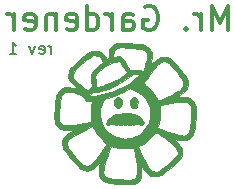
<source format=gbr>
G04 #@! TF.GenerationSoftware,KiCad,Pcbnew,5.0.2-bee76a0~70~ubuntu18.04.1*
G04 #@! TF.CreationDate,2019-07-19T10:20:09+02:00*
G04 #@! TF.ProjectId,Plant_monitoring_device,506c616e-745f-46d6-9f6e-69746f72696e,rev?*
G04 #@! TF.SameCoordinates,Original*
G04 #@! TF.FileFunction,Legend,Bot*
G04 #@! TF.FilePolarity,Positive*
%FSLAX46Y46*%
G04 Gerber Fmt 4.6, Leading zero omitted, Abs format (unit mm)*
G04 Created by KiCad (PCBNEW 5.0.2-bee76a0~70~ubuntu18.04.1) date Fri 19 Jul 2019 10:20:09 CEST*
%MOMM*%
%LPD*%
G01*
G04 APERTURE LIST*
%ADD10C,0.150000*%
%ADD11C,0.300000*%
%ADD12C,0.010000*%
G04 APERTURE END LIST*
D10*
X238238095Y-85452380D02*
X238238095Y-84785714D01*
X238238095Y-84976190D02*
X238190476Y-84880952D01*
X238142857Y-84833333D01*
X238047619Y-84785714D01*
X237952380Y-84785714D01*
X237238095Y-85404761D02*
X237333333Y-85452380D01*
X237523809Y-85452380D01*
X237619047Y-85404761D01*
X237666666Y-85309523D01*
X237666666Y-84928571D01*
X237619047Y-84833333D01*
X237523809Y-84785714D01*
X237333333Y-84785714D01*
X237238095Y-84833333D01*
X237190476Y-84928571D01*
X237190476Y-85023809D01*
X237666666Y-85119047D01*
X236857142Y-84785714D02*
X236619047Y-85452380D01*
X236380952Y-84785714D01*
X234714285Y-85452380D02*
X235285714Y-85452380D01*
X235000000Y-85452380D02*
X235000000Y-84452380D01*
X235095238Y-84595238D01*
X235190476Y-84690476D01*
X235285714Y-84738095D01*
D11*
X253190476Y-83404761D02*
X253190476Y-81404761D01*
X252523809Y-82833333D01*
X251857142Y-81404761D01*
X251857142Y-83404761D01*
X250904761Y-83404761D02*
X250904761Y-82071428D01*
X250904761Y-82452380D02*
X250809523Y-82261904D01*
X250714285Y-82166666D01*
X250523809Y-82071428D01*
X250333333Y-82071428D01*
X249666666Y-83214285D02*
X249571428Y-83309523D01*
X249666666Y-83404761D01*
X249761904Y-83309523D01*
X249666666Y-83214285D01*
X249666666Y-83404761D01*
X246142857Y-81500000D02*
X246333333Y-81404761D01*
X246619047Y-81404761D01*
X246904761Y-81500000D01*
X247095238Y-81690476D01*
X247190476Y-81880952D01*
X247285714Y-82261904D01*
X247285714Y-82547619D01*
X247190476Y-82928571D01*
X247095238Y-83119047D01*
X246904761Y-83309523D01*
X246619047Y-83404761D01*
X246428571Y-83404761D01*
X246142857Y-83309523D01*
X246047619Y-83214285D01*
X246047619Y-82547619D01*
X246428571Y-82547619D01*
X244333333Y-83404761D02*
X244333333Y-82357142D01*
X244428571Y-82166666D01*
X244619047Y-82071428D01*
X245000000Y-82071428D01*
X245190476Y-82166666D01*
X244333333Y-83309523D02*
X244523809Y-83404761D01*
X245000000Y-83404761D01*
X245190476Y-83309523D01*
X245285714Y-83119047D01*
X245285714Y-82928571D01*
X245190476Y-82738095D01*
X245000000Y-82642857D01*
X244523809Y-82642857D01*
X244333333Y-82547619D01*
X243380952Y-83404761D02*
X243380952Y-82071428D01*
X243380952Y-82452380D02*
X243285714Y-82261904D01*
X243190476Y-82166666D01*
X243000000Y-82071428D01*
X242809523Y-82071428D01*
X241285714Y-83404761D02*
X241285714Y-81404761D01*
X241285714Y-83309523D02*
X241476190Y-83404761D01*
X241857142Y-83404761D01*
X242047619Y-83309523D01*
X242142857Y-83214285D01*
X242238095Y-83023809D01*
X242238095Y-82452380D01*
X242142857Y-82261904D01*
X242047619Y-82166666D01*
X241857142Y-82071428D01*
X241476190Y-82071428D01*
X241285714Y-82166666D01*
X239571428Y-83309523D02*
X239761904Y-83404761D01*
X240142857Y-83404761D01*
X240333333Y-83309523D01*
X240428571Y-83119047D01*
X240428571Y-82357142D01*
X240333333Y-82166666D01*
X240142857Y-82071428D01*
X239761904Y-82071428D01*
X239571428Y-82166666D01*
X239476190Y-82357142D01*
X239476190Y-82547619D01*
X240428571Y-82738095D01*
X238619047Y-82071428D02*
X238619047Y-83404761D01*
X238619047Y-82261904D02*
X238523809Y-82166666D01*
X238333333Y-82071428D01*
X238047619Y-82071428D01*
X237857142Y-82166666D01*
X237761904Y-82357142D01*
X237761904Y-83404761D01*
X236047619Y-83309523D02*
X236238095Y-83404761D01*
X236619047Y-83404761D01*
X236809523Y-83309523D01*
X236904761Y-83119047D01*
X236904761Y-82357142D01*
X236809523Y-82166666D01*
X236619047Y-82071428D01*
X236238095Y-82071428D01*
X236047619Y-82166666D01*
X235952380Y-82357142D01*
X235952380Y-82547619D01*
X236904761Y-82738095D01*
X235095238Y-83404761D02*
X235095238Y-82071428D01*
X235095238Y-82452380D02*
X235000000Y-82261904D01*
X234904761Y-82166666D01*
X234714285Y-82071428D01*
X234523809Y-82071428D01*
D12*
G04 #@! TO.C,H111*
G36*
X244055707Y-84506865D02*
X243889643Y-84524815D01*
X243755063Y-84557123D01*
X243639087Y-84604072D01*
X243627947Y-84609619D01*
X243405255Y-84758522D01*
X243249870Y-84952559D01*
X243153710Y-85205776D01*
X243110151Y-85509523D01*
X243089850Y-85714197D01*
X243062965Y-85849286D01*
X243032175Y-85901740D01*
X243029563Y-85901973D01*
X242976557Y-85863970D01*
X242889921Y-85766316D01*
X242792443Y-85635776D01*
X242639504Y-85449716D01*
X242478398Y-85310263D01*
X242419418Y-85274754D01*
X242199325Y-85202619D01*
X241941875Y-85177894D01*
X241688711Y-85201086D01*
X241498516Y-85263565D01*
X241381015Y-85337435D01*
X241213166Y-85461339D01*
X241009592Y-85622614D01*
X240784916Y-85808599D01*
X240553762Y-86006633D01*
X240330752Y-86204053D01*
X240130510Y-86388197D01*
X239967660Y-86546405D01*
X239856824Y-86666013D01*
X239819368Y-86717480D01*
X239700998Y-87008381D01*
X239671744Y-87304041D01*
X239684766Y-87435804D01*
X239710441Y-87548803D01*
X239759627Y-87655253D01*
X239846026Y-87776217D01*
X239983345Y-87932760D01*
X240064542Y-88019516D01*
X240216335Y-88181715D01*
X240306983Y-88285460D01*
X240343021Y-88341450D01*
X240330987Y-88360383D01*
X240277417Y-88352957D01*
X240266667Y-88350347D01*
X240015386Y-88296988D01*
X239769082Y-88260527D01*
X239556546Y-88244218D01*
X239406567Y-88251314D01*
X239400583Y-88252473D01*
X239163243Y-88344772D01*
X238943118Y-88508921D01*
X238771943Y-88721103D01*
X238768599Y-88726758D01*
X238719074Y-88821429D01*
X238680611Y-88925645D01*
X238649539Y-89057813D01*
X238622185Y-89236345D01*
X238594879Y-89479649D01*
X238572974Y-89707556D01*
X238533993Y-90168050D01*
X238512069Y-90544403D01*
X238509210Y-90848059D01*
X238527424Y-91090459D01*
X238568719Y-91283048D01*
X238635101Y-91437269D01*
X238728579Y-91564565D01*
X238851159Y-91676379D01*
X238928312Y-91733067D01*
X239029217Y-91799331D01*
X239118808Y-91841702D01*
X239222718Y-91865468D01*
X239366582Y-91875919D01*
X239576034Y-91878346D01*
X239632262Y-91878329D01*
X240126377Y-91877802D01*
X239762104Y-92121177D01*
X239510405Y-92307594D01*
X239338756Y-92484499D01*
X239234866Y-92671296D01*
X239186443Y-92887388D01*
X239178892Y-93041865D01*
X239200152Y-93298218D01*
X239261441Y-93497265D01*
X239263566Y-93501484D01*
X239338479Y-93620772D01*
X239463625Y-93790345D01*
X239626260Y-93995509D01*
X239813640Y-94221567D01*
X240013022Y-94453825D01*
X240211662Y-94677588D01*
X240396817Y-94878159D01*
X240555742Y-95040845D01*
X240675695Y-95150948D01*
X240724469Y-95186118D01*
X240986545Y-95290031D01*
X241264207Y-95326535D01*
X241520993Y-95291024D01*
X241530621Y-95287939D01*
X241665022Y-95218905D01*
X241839146Y-95093349D01*
X242029763Y-94928237D01*
X242051943Y-94907239D01*
X242206154Y-94763241D01*
X242302532Y-94683098D01*
X242350211Y-94660823D01*
X242358329Y-94690431D01*
X242354258Y-94709142D01*
X242274110Y-95084836D01*
X242249779Y-95395688D01*
X242282358Y-95656660D01*
X242372942Y-95882712D01*
X242448482Y-95998380D01*
X242558273Y-96119774D01*
X242694339Y-96215243D01*
X242871133Y-96289630D01*
X243103111Y-96347775D01*
X243404726Y-96394518D01*
X243736945Y-96429852D01*
X244154283Y-96465933D01*
X244488805Y-96488539D01*
X244753560Y-96497357D01*
X244961595Y-96492071D01*
X245125960Y-96472367D01*
X245259702Y-96437928D01*
X245372054Y-96390381D01*
X245556482Y-96263040D01*
X245717400Y-96093430D01*
X245733068Y-96071737D01*
X245799398Y-95970699D01*
X245841814Y-95880879D01*
X245865639Y-95776596D01*
X245876199Y-95632169D01*
X245878818Y-95421917D01*
X245878838Y-95394603D01*
X245504331Y-95394603D01*
X245487819Y-95594622D01*
X245445865Y-95750887D01*
X245378347Y-95873349D01*
X245294054Y-95964273D01*
X245218013Y-96023286D01*
X245133967Y-96066822D01*
X245029210Y-96095534D01*
X244891039Y-96110074D01*
X244706748Y-96111093D01*
X244463633Y-96099246D01*
X244148988Y-96075184D01*
X243777919Y-96042128D01*
X243456852Y-96009790D01*
X243216453Y-95976459D01*
X243040756Y-95936191D01*
X242913793Y-95883047D01*
X242819598Y-95811084D01*
X242742204Y-95714361D01*
X242695696Y-95639425D01*
X242650611Y-95548659D01*
X242632522Y-95457270D01*
X242639441Y-95333134D01*
X242666168Y-95162482D01*
X242713734Y-94948367D01*
X242791949Y-94665368D01*
X242830763Y-94539809D01*
X242419619Y-94539809D01*
X242395429Y-94564000D01*
X242371238Y-94539809D01*
X242395429Y-94515619D01*
X242419619Y-94539809D01*
X242830763Y-94539809D01*
X242894392Y-94333977D01*
X243014636Y-93974687D01*
X243146258Y-93607991D01*
X243189501Y-93493037D01*
X243293303Y-93220359D01*
X243594271Y-93320959D01*
X243744907Y-93364908D01*
X243901988Y-93394525D01*
X244089708Y-93412373D01*
X244332258Y-93421015D01*
X244557269Y-93422983D01*
X245219300Y-93424408D01*
X245318363Y-93957918D01*
X245402416Y-94432486D01*
X245461509Y-94823488D01*
X245495521Y-95140876D01*
X245504331Y-95394603D01*
X245878838Y-95394603D01*
X245878858Y-95368576D01*
X245878858Y-94875203D01*
X246121705Y-95238686D01*
X246308143Y-95490288D01*
X246485220Y-95661800D01*
X246672358Y-95765511D01*
X246888974Y-95813715D01*
X247041866Y-95821108D01*
X247298219Y-95799848D01*
X247497266Y-95738559D01*
X247501485Y-95736434D01*
X247620773Y-95661521D01*
X247790346Y-95536375D01*
X247995510Y-95373740D01*
X248221568Y-95186360D01*
X248453826Y-94986978D01*
X248677589Y-94788338D01*
X248878160Y-94603183D01*
X249040845Y-94444258D01*
X249150949Y-94324305D01*
X249186118Y-94275531D01*
X249290032Y-94013455D01*
X249326536Y-93735793D01*
X249325339Y-93727132D01*
X248951963Y-93727132D01*
X248929063Y-93888622D01*
X248834640Y-94063439D01*
X248665873Y-94262492D01*
X248419944Y-94496687D01*
X248249524Y-94645493D01*
X247954718Y-94895473D01*
X247720321Y-95087587D01*
X247535184Y-95229098D01*
X247388158Y-95327273D01*
X247268095Y-95389376D01*
X247163846Y-95422674D01*
X247064261Y-95434431D01*
X247038230Y-95434857D01*
X246828543Y-95400632D01*
X246712070Y-95337896D01*
X246585549Y-95205618D01*
X246433210Y-94990670D01*
X246260399Y-94701989D01*
X246072463Y-94348511D01*
X245874748Y-93939172D01*
X245873165Y-93935747D01*
X245571670Y-93283304D01*
X245831406Y-93143933D01*
X245986847Y-93047255D01*
X242971731Y-93047255D01*
X242688100Y-93454865D01*
X242371894Y-93897732D01*
X242096501Y-94257994D01*
X241858604Y-94539162D01*
X241654885Y-94744745D01*
X241482028Y-94878252D01*
X241336715Y-94943192D01*
X241273854Y-94951047D01*
X241149441Y-94932248D01*
X241004635Y-94886651D01*
X240996195Y-94883187D01*
X240890373Y-94811680D01*
X240734369Y-94664088D01*
X240526873Y-94439065D01*
X240266575Y-94135264D01*
X240254823Y-94121187D01*
X240067693Y-93894777D01*
X239899627Y-93687572D01*
X239761608Y-93513422D01*
X239664622Y-93386178D01*
X239620503Y-93321371D01*
X239570261Y-93144364D01*
X239574306Y-92943305D01*
X239629425Y-92763846D01*
X239663490Y-92710307D01*
X239786052Y-92593412D01*
X239986374Y-92449780D01*
X240251743Y-92286992D01*
X240569449Y-92112629D01*
X240926779Y-91934275D01*
X241100446Y-91853213D01*
X241714745Y-91572589D01*
X241904731Y-91916641D01*
X242064364Y-92161478D01*
X242276120Y-92425142D01*
X242512083Y-92676492D01*
X242744342Y-92884385D01*
X242828723Y-92947539D01*
X242971731Y-93047255D01*
X245986847Y-93047255D01*
X246134236Y-92955586D01*
X246432005Y-92724583D01*
X246692315Y-92477811D01*
X246832654Y-92313056D01*
X246935304Y-92187014D01*
X247020385Y-92099887D01*
X247064109Y-92072381D01*
X247129177Y-92100678D01*
X247255087Y-92178290D01*
X247426954Y-92294297D01*
X247629892Y-92437780D01*
X247849016Y-92597819D01*
X248069441Y-92763493D01*
X248276281Y-92923884D01*
X248454651Y-93068071D01*
X248589666Y-93185135D01*
X248619722Y-93213558D01*
X248794473Y-93400508D01*
X248906160Y-93568063D01*
X248951963Y-93727132D01*
X249325339Y-93727132D01*
X249291024Y-93479007D01*
X249287940Y-93469379D01*
X249218906Y-93334978D01*
X249093350Y-93160854D01*
X248928238Y-92970237D01*
X248907240Y-92948057D01*
X248763242Y-92793846D01*
X248683098Y-92697468D01*
X248660824Y-92649789D01*
X248690432Y-92641671D01*
X248709143Y-92645742D01*
X249089789Y-92726230D01*
X249405876Y-92749413D01*
X249671417Y-92714461D01*
X249900424Y-92620542D01*
X249925489Y-92604571D01*
X248564000Y-92604571D01*
X248539810Y-92628762D01*
X248515619Y-92604571D01*
X248539810Y-92580381D01*
X248564000Y-92604571D01*
X249925489Y-92604571D01*
X249978957Y-92570503D01*
X250104804Y-92465519D01*
X250203067Y-92339033D01*
X250278949Y-92176202D01*
X250337652Y-91962186D01*
X250384381Y-91682142D01*
X250424339Y-91321228D01*
X250427027Y-91292443D01*
X250466008Y-90831949D01*
X250487932Y-90455596D01*
X250489440Y-90295356D01*
X250111082Y-90295356D01*
X250099088Y-90539391D01*
X250074850Y-90855204D01*
X250042633Y-91216568D01*
X250010247Y-91538159D01*
X249977093Y-91778981D01*
X249937556Y-91954903D01*
X249886020Y-92081796D01*
X249816869Y-92175531D01*
X249724488Y-92251977D01*
X249662038Y-92292224D01*
X249580200Y-92342364D01*
X249518572Y-92371008D01*
X249451582Y-92379265D01*
X249353658Y-92368243D01*
X249199229Y-92339054D01*
X249088352Y-92317111D01*
X248826135Y-92254674D01*
X248494823Y-92158352D01*
X248113459Y-92034193D01*
X247701084Y-91888243D01*
X247494983Y-91811180D01*
X247224251Y-91708152D01*
X247341857Y-91309695D01*
X247394633Y-91117305D01*
X247427246Y-90951893D01*
X247442915Y-90781312D01*
X247444856Y-90573411D01*
X247440676Y-90430091D01*
X246629938Y-90430091D01*
X246597597Y-90856148D01*
X246485296Y-91268786D01*
X246294575Y-91647868D01*
X246292910Y-91650444D01*
X246006680Y-92008465D01*
X245662697Y-92290557D01*
X245266620Y-92492504D01*
X245079399Y-92554298D01*
X244796599Y-92603037D01*
X244466552Y-92612750D01*
X244129670Y-92585376D01*
X243826369Y-92522855D01*
X243725905Y-92489361D01*
X243356641Y-92298942D01*
X243022450Y-92030878D01*
X242740936Y-91702699D01*
X242529705Y-91331933D01*
X242505318Y-91274095D01*
X242454071Y-91127587D01*
X242421535Y-90976567D01*
X242403861Y-90792676D01*
X242397198Y-90547555D01*
X242396805Y-90474662D01*
X242397699Y-90236669D01*
X242405486Y-90067164D01*
X242425640Y-89937885D01*
X242463639Y-89820568D01*
X242524958Y-89686952D01*
X242564762Y-89607781D01*
X242652165Y-89435619D01*
X241737994Y-89435619D01*
X241657187Y-89641238D01*
X241621425Y-89759533D01*
X241597008Y-89912786D01*
X241582260Y-90119100D01*
X241575508Y-90396576D01*
X241574666Y-90533330D01*
X241572953Y-91219803D01*
X241040762Y-91319406D01*
X240620302Y-91394678D01*
X240276819Y-91447888D01*
X239993545Y-91480951D01*
X239753714Y-91495781D01*
X239540558Y-91494293D01*
X239518391Y-91493235D01*
X239341694Y-91479522D01*
X239226548Y-91451593D01*
X239137744Y-91395302D01*
X239046677Y-91303727D01*
X238957554Y-91196709D01*
X238909903Y-91099286D01*
X238891127Y-90973530D01*
X238888429Y-90827282D01*
X238893240Y-90668959D01*
X238906036Y-90440889D01*
X238925062Y-90169592D01*
X238948562Y-89881593D01*
X238957872Y-89777918D01*
X238990210Y-89456851D01*
X239023541Y-89216452D01*
X239063809Y-89040755D01*
X239116953Y-88913792D01*
X239188916Y-88819597D01*
X239285639Y-88742203D01*
X239360575Y-88695695D01*
X239451371Y-88650600D01*
X239542798Y-88632517D01*
X239666995Y-88639454D01*
X239837349Y-88666138D01*
X240051225Y-88711659D01*
X240303186Y-88777297D01*
X240540677Y-88849301D01*
X240552854Y-88853367D01*
X240744560Y-88920815D01*
X240863865Y-88974413D01*
X240931191Y-89027646D01*
X240966958Y-89093998D01*
X240978988Y-89134757D01*
X241056920Y-89294547D01*
X241196994Y-89392309D01*
X241408356Y-89433485D01*
X241484810Y-89435619D01*
X241737994Y-89435619D01*
X242652165Y-89435619D01*
X242734096Y-89274237D01*
X243266286Y-89091432D01*
X243541474Y-88988638D01*
X243855195Y-88858600D01*
X244161334Y-88720950D01*
X244334522Y-88636642D01*
X244870567Y-88364657D01*
X245177176Y-88467947D01*
X245587105Y-88655701D01*
X245944100Y-88922093D01*
X246240640Y-89260317D01*
X246448567Y-89618257D01*
X246580775Y-90010748D01*
X246629938Y-90430091D01*
X247440676Y-90430091D01*
X247438242Y-90346667D01*
X247417021Y-89782097D01*
X247954225Y-89682225D01*
X248392850Y-89606455D01*
X248788938Y-89549482D01*
X249129959Y-89512636D01*
X249403381Y-89497252D01*
X249596675Y-89504660D01*
X249608488Y-89506306D01*
X249789085Y-89560268D01*
X249937213Y-89676239D01*
X249964274Y-89705946D01*
X250023409Y-89782193D01*
X250066996Y-89866518D01*
X250095697Y-89971660D01*
X250110172Y-90110359D01*
X250111082Y-90295356D01*
X250489440Y-90295356D01*
X250490791Y-90151941D01*
X250472577Y-89909540D01*
X250431282Y-89716951D01*
X250364900Y-89562730D01*
X250271422Y-89435434D01*
X250148842Y-89323620D01*
X250071689Y-89266932D01*
X249970784Y-89200668D01*
X249881193Y-89158298D01*
X249777283Y-89134531D01*
X249633419Y-89124080D01*
X249423967Y-89121653D01*
X249367739Y-89121670D01*
X248873624Y-89122197D01*
X249237897Y-88878823D01*
X249489596Y-88692405D01*
X249661245Y-88515500D01*
X249765135Y-88328703D01*
X249813558Y-88112611D01*
X249818742Y-88006540D01*
X249434502Y-88006540D01*
X249387362Y-88205747D01*
X249336511Y-88289693D01*
X249213894Y-88406638D01*
X249013477Y-88550322D01*
X248747938Y-88713182D01*
X248429958Y-88887658D01*
X248072214Y-89066189D01*
X247898485Y-89147275D01*
X247283116Y-89428388D01*
X247114302Y-89105432D01*
X246970079Y-88874201D01*
X246775026Y-88623805D01*
X246605697Y-88438902D01*
X246447346Y-88282727D01*
X246301785Y-88146122D01*
X246190259Y-88048710D01*
X246150802Y-88018734D01*
X246035700Y-87942140D01*
X246315616Y-87539832D01*
X246526097Y-87244842D01*
X245708684Y-87244842D01*
X245654618Y-87326600D01*
X245529061Y-87441065D01*
X245193930Y-87693071D01*
X244787158Y-87952304D01*
X244331793Y-88206076D01*
X243850885Y-88441697D01*
X243367482Y-88646481D01*
X243276084Y-88681295D01*
X242980558Y-88778478D01*
X242640117Y-88869344D01*
X242285277Y-88947468D01*
X241946550Y-89006423D01*
X241654452Y-89039784D01*
X241550581Y-89044664D01*
X241334685Y-89048571D01*
X241572953Y-88806666D01*
X241721006Y-88662246D01*
X241816191Y-88586378D01*
X241868231Y-88573828D01*
X241886851Y-88619358D01*
X241887429Y-88637333D01*
X241889672Y-88677757D01*
X241907989Y-88699375D01*
X241959764Y-88701374D01*
X242062379Y-88682941D01*
X242233217Y-88643262D01*
X242347048Y-88615830D01*
X243054366Y-88401249D01*
X243719962Y-88111088D01*
X244331218Y-87751623D01*
X244798561Y-87396340D01*
X244945409Y-87275047D01*
X245053611Y-87204930D01*
X245156163Y-87172119D01*
X245286058Y-87162744D01*
X245354942Y-87162455D01*
X245563199Y-87169735D01*
X245679662Y-87194876D01*
X245708684Y-87244842D01*
X246526097Y-87244842D01*
X246590966Y-87153928D01*
X246688097Y-87025315D01*
X244645143Y-87025315D01*
X244605819Y-87080409D01*
X244499094Y-87171566D01*
X244341841Y-87287300D01*
X244150932Y-87416123D01*
X243943239Y-87546551D01*
X243735634Y-87667096D01*
X243587036Y-87745663D01*
X243393024Y-87835646D01*
X243159165Y-87933421D01*
X242906580Y-88031371D01*
X242656392Y-88121879D01*
X242429723Y-88197329D01*
X242247694Y-88250105D01*
X242131428Y-88272588D01*
X242125062Y-88272863D01*
X242086484Y-88254583D01*
X242054680Y-88187981D01*
X242025375Y-88058147D01*
X241994291Y-87850170D01*
X241986387Y-87789291D01*
X241924556Y-87304107D01*
X242056513Y-87113693D01*
X242243922Y-86900550D01*
X242507343Y-86683712D01*
X242827759Y-86477734D01*
X243024381Y-86372862D01*
X243274813Y-86257448D01*
X243515449Y-86162662D01*
X243628189Y-86126468D01*
X242652931Y-86126468D01*
X242442922Y-86259329D01*
X242292000Y-86371526D01*
X242121870Y-86523890D01*
X241950913Y-86696662D01*
X241797511Y-86870083D01*
X241680045Y-87024395D01*
X241616899Y-87139840D01*
X241613719Y-87150640D01*
X241605020Y-87256402D01*
X241609670Y-87428171D01*
X241626441Y-87636297D01*
X241637943Y-87736513D01*
X241695278Y-88190463D01*
X241513163Y-88351408D01*
X241404244Y-88444107D01*
X241327115Y-88503183D01*
X241306858Y-88514208D01*
X241261509Y-88487059D01*
X241155406Y-88411648D01*
X241133555Y-88395428D01*
X240484381Y-88395428D01*
X240460191Y-88419619D01*
X240436000Y-88395428D01*
X240460191Y-88371238D01*
X240484381Y-88395428D01*
X241133555Y-88395428D01*
X241004041Y-88299290D01*
X240822906Y-88161301D01*
X240809540Y-88150996D01*
X240497790Y-87899942D01*
X240268293Y-87683743D01*
X240120980Y-87490941D01*
X240055781Y-87310076D01*
X240072626Y-87129691D01*
X240171448Y-86938328D01*
X240352175Y-86724529D01*
X240614740Y-86476835D01*
X240798453Y-86318241D01*
X241082261Y-86079399D01*
X241304658Y-85896799D01*
X241477082Y-85762997D01*
X241610971Y-85670552D01*
X241717765Y-85612021D01*
X241808903Y-85579962D01*
X241895824Y-85566932D01*
X241955987Y-85565142D01*
X242135712Y-85586949D01*
X242285007Y-85662422D01*
X242427436Y-85806644D01*
X242511242Y-85920529D01*
X242652931Y-86126468D01*
X243628189Y-86126468D01*
X243727043Y-86094732D01*
X243890353Y-86059884D01*
X243982524Y-86062811D01*
X244033784Y-86111186D01*
X244122176Y-86221185D01*
X244233617Y-86372354D01*
X244354028Y-86544243D01*
X244469330Y-86716397D01*
X244565441Y-86868365D01*
X244628281Y-86979695D01*
X244645143Y-87025315D01*
X246688097Y-87025315D01*
X246843931Y-86818974D01*
X247068036Y-86542910D01*
X247142667Y-86460190D01*
X246628762Y-86460190D01*
X246604572Y-86484381D01*
X246580381Y-86460190D01*
X246604572Y-86436000D01*
X246628762Y-86460190D01*
X247142667Y-86460190D01*
X247256808Y-86333679D01*
X247403773Y-86199222D01*
X247415617Y-86190414D01*
X247569362Y-86095476D01*
X247712148Y-86049755D01*
X247854441Y-86058277D01*
X248006710Y-86126068D01*
X248179424Y-86258156D01*
X248383048Y-86459568D01*
X248628053Y-86735331D01*
X248681759Y-86798452D01*
X248866150Y-87018322D01*
X249036859Y-87225597D01*
X249180232Y-87403420D01*
X249282618Y-87534940D01*
X249319159Y-87585297D01*
X249411510Y-87789249D01*
X249434502Y-88006540D01*
X249818742Y-88006540D01*
X249821109Y-87958134D01*
X249799808Y-87701560D01*
X249738405Y-87502252D01*
X249736377Y-87498225D01*
X249678717Y-87409109D01*
X249569359Y-87261353D01*
X249419761Y-87069628D01*
X249241379Y-86848605D01*
X249045669Y-86612955D01*
X249037367Y-86603107D01*
X248795057Y-86319966D01*
X248599344Y-86103670D01*
X248437771Y-85944412D01*
X248297883Y-85832385D01*
X248167225Y-85757778D01*
X248033342Y-85710786D01*
X247883779Y-85681599D01*
X247863495Y-85678733D01*
X247651814Y-85673510D01*
X247452170Y-85724798D01*
X247246045Y-85840976D01*
X247014923Y-86030420D01*
X246948400Y-86092760D01*
X246795605Y-86237205D01*
X246700562Y-86320179D01*
X246652144Y-86348173D01*
X246639227Y-86327678D01*
X246650322Y-86266666D01*
X246704102Y-86009697D01*
X246740374Y-85761276D01*
X246755689Y-85553554D01*
X246369058Y-85553554D01*
X246359512Y-85685594D01*
X246338468Y-85816105D01*
X246310349Y-85948196D01*
X246266316Y-86124564D01*
X246212613Y-86323570D01*
X246155485Y-86523580D01*
X246101176Y-86702955D01*
X246055931Y-86840058D01*
X246025995Y-86913253D01*
X246019937Y-86919809D01*
X245974722Y-86903126D01*
X245872552Y-86861631D01*
X245837939Y-86847238D01*
X245683868Y-86806319D01*
X245471188Y-86780737D01*
X245300922Y-86774666D01*
X244937593Y-86774666D01*
X244597249Y-86267391D01*
X244457877Y-86066666D01*
X244327406Y-85891295D01*
X244220140Y-85759714D01*
X244150383Y-85690359D01*
X244148643Y-85689184D01*
X244048965Y-85649710D01*
X243915153Y-85649468D01*
X243726868Y-85690026D01*
X243585512Y-85732598D01*
X243521197Y-85749338D01*
X243489291Y-85733192D01*
X243482774Y-85664299D01*
X243494626Y-85522799D01*
X243498375Y-85486068D01*
X243524271Y-85310538D01*
X243569655Y-85191489D01*
X243652804Y-85088648D01*
X243698534Y-85045047D01*
X243804474Y-84956794D01*
X243901657Y-84909622D01*
X244027838Y-84891062D01*
X244172718Y-84888428D01*
X244331041Y-84893240D01*
X244559111Y-84906036D01*
X244830408Y-84925061D01*
X245118407Y-84948561D01*
X245222082Y-84957871D01*
X245543102Y-84990198D01*
X245783465Y-85023516D01*
X245959147Y-85063782D01*
X246086125Y-85116952D01*
X246180376Y-85188982D01*
X246257877Y-85285829D01*
X246304871Y-85361543D01*
X246351696Y-85457065D01*
X246369058Y-85553554D01*
X246755689Y-85553554D01*
X246755996Y-85549397D01*
X246747825Y-85402056D01*
X246747527Y-85400582D01*
X246655228Y-85163243D01*
X246491079Y-84943118D01*
X246278897Y-84771942D01*
X246273242Y-84768598D01*
X246178571Y-84719073D01*
X246074355Y-84680610D01*
X245942187Y-84649538D01*
X245763655Y-84622185D01*
X245520351Y-84594878D01*
X245292444Y-84572973D01*
X244871625Y-84536327D01*
X244533816Y-84512905D01*
X244266138Y-84502989D01*
X244055707Y-84506865D01*
X244055707Y-84506865D01*
G37*
X244055707Y-84506865D02*
X243889643Y-84524815D01*
X243755063Y-84557123D01*
X243639087Y-84604072D01*
X243627947Y-84609619D01*
X243405255Y-84758522D01*
X243249870Y-84952559D01*
X243153710Y-85205776D01*
X243110151Y-85509523D01*
X243089850Y-85714197D01*
X243062965Y-85849286D01*
X243032175Y-85901740D01*
X243029563Y-85901973D01*
X242976557Y-85863970D01*
X242889921Y-85766316D01*
X242792443Y-85635776D01*
X242639504Y-85449716D01*
X242478398Y-85310263D01*
X242419418Y-85274754D01*
X242199325Y-85202619D01*
X241941875Y-85177894D01*
X241688711Y-85201086D01*
X241498516Y-85263565D01*
X241381015Y-85337435D01*
X241213166Y-85461339D01*
X241009592Y-85622614D01*
X240784916Y-85808599D01*
X240553762Y-86006633D01*
X240330752Y-86204053D01*
X240130510Y-86388197D01*
X239967660Y-86546405D01*
X239856824Y-86666013D01*
X239819368Y-86717480D01*
X239700998Y-87008381D01*
X239671744Y-87304041D01*
X239684766Y-87435804D01*
X239710441Y-87548803D01*
X239759627Y-87655253D01*
X239846026Y-87776217D01*
X239983345Y-87932760D01*
X240064542Y-88019516D01*
X240216335Y-88181715D01*
X240306983Y-88285460D01*
X240343021Y-88341450D01*
X240330987Y-88360383D01*
X240277417Y-88352957D01*
X240266667Y-88350347D01*
X240015386Y-88296988D01*
X239769082Y-88260527D01*
X239556546Y-88244218D01*
X239406567Y-88251314D01*
X239400583Y-88252473D01*
X239163243Y-88344772D01*
X238943118Y-88508921D01*
X238771943Y-88721103D01*
X238768599Y-88726758D01*
X238719074Y-88821429D01*
X238680611Y-88925645D01*
X238649539Y-89057813D01*
X238622185Y-89236345D01*
X238594879Y-89479649D01*
X238572974Y-89707556D01*
X238533993Y-90168050D01*
X238512069Y-90544403D01*
X238509210Y-90848059D01*
X238527424Y-91090459D01*
X238568719Y-91283048D01*
X238635101Y-91437269D01*
X238728579Y-91564565D01*
X238851159Y-91676379D01*
X238928312Y-91733067D01*
X239029217Y-91799331D01*
X239118808Y-91841702D01*
X239222718Y-91865468D01*
X239366582Y-91875919D01*
X239576034Y-91878346D01*
X239632262Y-91878329D01*
X240126377Y-91877802D01*
X239762104Y-92121177D01*
X239510405Y-92307594D01*
X239338756Y-92484499D01*
X239234866Y-92671296D01*
X239186443Y-92887388D01*
X239178892Y-93041865D01*
X239200152Y-93298218D01*
X239261441Y-93497265D01*
X239263566Y-93501484D01*
X239338479Y-93620772D01*
X239463625Y-93790345D01*
X239626260Y-93995509D01*
X239813640Y-94221567D01*
X240013022Y-94453825D01*
X240211662Y-94677588D01*
X240396817Y-94878159D01*
X240555742Y-95040845D01*
X240675695Y-95150948D01*
X240724469Y-95186118D01*
X240986545Y-95290031D01*
X241264207Y-95326535D01*
X241520993Y-95291024D01*
X241530621Y-95287939D01*
X241665022Y-95218905D01*
X241839146Y-95093349D01*
X242029763Y-94928237D01*
X242051943Y-94907239D01*
X242206154Y-94763241D01*
X242302532Y-94683098D01*
X242350211Y-94660823D01*
X242358329Y-94690431D01*
X242354258Y-94709142D01*
X242274110Y-95084836D01*
X242249779Y-95395688D01*
X242282358Y-95656660D01*
X242372942Y-95882712D01*
X242448482Y-95998380D01*
X242558273Y-96119774D01*
X242694339Y-96215243D01*
X242871133Y-96289630D01*
X243103111Y-96347775D01*
X243404726Y-96394518D01*
X243736945Y-96429852D01*
X244154283Y-96465933D01*
X244488805Y-96488539D01*
X244753560Y-96497357D01*
X244961595Y-96492071D01*
X245125960Y-96472367D01*
X245259702Y-96437928D01*
X245372054Y-96390381D01*
X245556482Y-96263040D01*
X245717400Y-96093430D01*
X245733068Y-96071737D01*
X245799398Y-95970699D01*
X245841814Y-95880879D01*
X245865639Y-95776596D01*
X245876199Y-95632169D01*
X245878818Y-95421917D01*
X245878838Y-95394603D01*
X245504331Y-95394603D01*
X245487819Y-95594622D01*
X245445865Y-95750887D01*
X245378347Y-95873349D01*
X245294054Y-95964273D01*
X245218013Y-96023286D01*
X245133967Y-96066822D01*
X245029210Y-96095534D01*
X244891039Y-96110074D01*
X244706748Y-96111093D01*
X244463633Y-96099246D01*
X244148988Y-96075184D01*
X243777919Y-96042128D01*
X243456852Y-96009790D01*
X243216453Y-95976459D01*
X243040756Y-95936191D01*
X242913793Y-95883047D01*
X242819598Y-95811084D01*
X242742204Y-95714361D01*
X242695696Y-95639425D01*
X242650611Y-95548659D01*
X242632522Y-95457270D01*
X242639441Y-95333134D01*
X242666168Y-95162482D01*
X242713734Y-94948367D01*
X242791949Y-94665368D01*
X242830763Y-94539809D01*
X242419619Y-94539809D01*
X242395429Y-94564000D01*
X242371238Y-94539809D01*
X242395429Y-94515619D01*
X242419619Y-94539809D01*
X242830763Y-94539809D01*
X242894392Y-94333977D01*
X243014636Y-93974687D01*
X243146258Y-93607991D01*
X243189501Y-93493037D01*
X243293303Y-93220359D01*
X243594271Y-93320959D01*
X243744907Y-93364908D01*
X243901988Y-93394525D01*
X244089708Y-93412373D01*
X244332258Y-93421015D01*
X244557269Y-93422983D01*
X245219300Y-93424408D01*
X245318363Y-93957918D01*
X245402416Y-94432486D01*
X245461509Y-94823488D01*
X245495521Y-95140876D01*
X245504331Y-95394603D01*
X245878838Y-95394603D01*
X245878858Y-95368576D01*
X245878858Y-94875203D01*
X246121705Y-95238686D01*
X246308143Y-95490288D01*
X246485220Y-95661800D01*
X246672358Y-95765511D01*
X246888974Y-95813715D01*
X247041866Y-95821108D01*
X247298219Y-95799848D01*
X247497266Y-95738559D01*
X247501485Y-95736434D01*
X247620773Y-95661521D01*
X247790346Y-95536375D01*
X247995510Y-95373740D01*
X248221568Y-95186360D01*
X248453826Y-94986978D01*
X248677589Y-94788338D01*
X248878160Y-94603183D01*
X249040845Y-94444258D01*
X249150949Y-94324305D01*
X249186118Y-94275531D01*
X249290032Y-94013455D01*
X249326536Y-93735793D01*
X249325339Y-93727132D01*
X248951963Y-93727132D01*
X248929063Y-93888622D01*
X248834640Y-94063439D01*
X248665873Y-94262492D01*
X248419944Y-94496687D01*
X248249524Y-94645493D01*
X247954718Y-94895473D01*
X247720321Y-95087587D01*
X247535184Y-95229098D01*
X247388158Y-95327273D01*
X247268095Y-95389376D01*
X247163846Y-95422674D01*
X247064261Y-95434431D01*
X247038230Y-95434857D01*
X246828543Y-95400632D01*
X246712070Y-95337896D01*
X246585549Y-95205618D01*
X246433210Y-94990670D01*
X246260399Y-94701989D01*
X246072463Y-94348511D01*
X245874748Y-93939172D01*
X245873165Y-93935747D01*
X245571670Y-93283304D01*
X245831406Y-93143933D01*
X245986847Y-93047255D01*
X242971731Y-93047255D01*
X242688100Y-93454865D01*
X242371894Y-93897732D01*
X242096501Y-94257994D01*
X241858604Y-94539162D01*
X241654885Y-94744745D01*
X241482028Y-94878252D01*
X241336715Y-94943192D01*
X241273854Y-94951047D01*
X241149441Y-94932248D01*
X241004635Y-94886651D01*
X240996195Y-94883187D01*
X240890373Y-94811680D01*
X240734369Y-94664088D01*
X240526873Y-94439065D01*
X240266575Y-94135264D01*
X240254823Y-94121187D01*
X240067693Y-93894777D01*
X239899627Y-93687572D01*
X239761608Y-93513422D01*
X239664622Y-93386178D01*
X239620503Y-93321371D01*
X239570261Y-93144364D01*
X239574306Y-92943305D01*
X239629425Y-92763846D01*
X239663490Y-92710307D01*
X239786052Y-92593412D01*
X239986374Y-92449780D01*
X240251743Y-92286992D01*
X240569449Y-92112629D01*
X240926779Y-91934275D01*
X241100446Y-91853213D01*
X241714745Y-91572589D01*
X241904731Y-91916641D01*
X242064364Y-92161478D01*
X242276120Y-92425142D01*
X242512083Y-92676492D01*
X242744342Y-92884385D01*
X242828723Y-92947539D01*
X242971731Y-93047255D01*
X245986847Y-93047255D01*
X246134236Y-92955586D01*
X246432005Y-92724583D01*
X246692315Y-92477811D01*
X246832654Y-92313056D01*
X246935304Y-92187014D01*
X247020385Y-92099887D01*
X247064109Y-92072381D01*
X247129177Y-92100678D01*
X247255087Y-92178290D01*
X247426954Y-92294297D01*
X247629892Y-92437780D01*
X247849016Y-92597819D01*
X248069441Y-92763493D01*
X248276281Y-92923884D01*
X248454651Y-93068071D01*
X248589666Y-93185135D01*
X248619722Y-93213558D01*
X248794473Y-93400508D01*
X248906160Y-93568063D01*
X248951963Y-93727132D01*
X249325339Y-93727132D01*
X249291024Y-93479007D01*
X249287940Y-93469379D01*
X249218906Y-93334978D01*
X249093350Y-93160854D01*
X248928238Y-92970237D01*
X248907240Y-92948057D01*
X248763242Y-92793846D01*
X248683098Y-92697468D01*
X248660824Y-92649789D01*
X248690432Y-92641671D01*
X248709143Y-92645742D01*
X249089789Y-92726230D01*
X249405876Y-92749413D01*
X249671417Y-92714461D01*
X249900424Y-92620542D01*
X249925489Y-92604571D01*
X248564000Y-92604571D01*
X248539810Y-92628762D01*
X248515619Y-92604571D01*
X248539810Y-92580381D01*
X248564000Y-92604571D01*
X249925489Y-92604571D01*
X249978957Y-92570503D01*
X250104804Y-92465519D01*
X250203067Y-92339033D01*
X250278949Y-92176202D01*
X250337652Y-91962186D01*
X250384381Y-91682142D01*
X250424339Y-91321228D01*
X250427027Y-91292443D01*
X250466008Y-90831949D01*
X250487932Y-90455596D01*
X250489440Y-90295356D01*
X250111082Y-90295356D01*
X250099088Y-90539391D01*
X250074850Y-90855204D01*
X250042633Y-91216568D01*
X250010247Y-91538159D01*
X249977093Y-91778981D01*
X249937556Y-91954903D01*
X249886020Y-92081796D01*
X249816869Y-92175531D01*
X249724488Y-92251977D01*
X249662038Y-92292224D01*
X249580200Y-92342364D01*
X249518572Y-92371008D01*
X249451582Y-92379265D01*
X249353658Y-92368243D01*
X249199229Y-92339054D01*
X249088352Y-92317111D01*
X248826135Y-92254674D01*
X248494823Y-92158352D01*
X248113459Y-92034193D01*
X247701084Y-91888243D01*
X247494983Y-91811180D01*
X247224251Y-91708152D01*
X247341857Y-91309695D01*
X247394633Y-91117305D01*
X247427246Y-90951893D01*
X247442915Y-90781312D01*
X247444856Y-90573411D01*
X247440676Y-90430091D01*
X246629938Y-90430091D01*
X246597597Y-90856148D01*
X246485296Y-91268786D01*
X246294575Y-91647868D01*
X246292910Y-91650444D01*
X246006680Y-92008465D01*
X245662697Y-92290557D01*
X245266620Y-92492504D01*
X245079399Y-92554298D01*
X244796599Y-92603037D01*
X244466552Y-92612750D01*
X244129670Y-92585376D01*
X243826369Y-92522855D01*
X243725905Y-92489361D01*
X243356641Y-92298942D01*
X243022450Y-92030878D01*
X242740936Y-91702699D01*
X242529705Y-91331933D01*
X242505318Y-91274095D01*
X242454071Y-91127587D01*
X242421535Y-90976567D01*
X242403861Y-90792676D01*
X242397198Y-90547555D01*
X242396805Y-90474662D01*
X242397699Y-90236669D01*
X242405486Y-90067164D01*
X242425640Y-89937885D01*
X242463639Y-89820568D01*
X242524958Y-89686952D01*
X242564762Y-89607781D01*
X242652165Y-89435619D01*
X241737994Y-89435619D01*
X241657187Y-89641238D01*
X241621425Y-89759533D01*
X241597008Y-89912786D01*
X241582260Y-90119100D01*
X241575508Y-90396576D01*
X241574666Y-90533330D01*
X241572953Y-91219803D01*
X241040762Y-91319406D01*
X240620302Y-91394678D01*
X240276819Y-91447888D01*
X239993545Y-91480951D01*
X239753714Y-91495781D01*
X239540558Y-91494293D01*
X239518391Y-91493235D01*
X239341694Y-91479522D01*
X239226548Y-91451593D01*
X239137744Y-91395302D01*
X239046677Y-91303727D01*
X238957554Y-91196709D01*
X238909903Y-91099286D01*
X238891127Y-90973530D01*
X238888429Y-90827282D01*
X238893240Y-90668959D01*
X238906036Y-90440889D01*
X238925062Y-90169592D01*
X238948562Y-89881593D01*
X238957872Y-89777918D01*
X238990210Y-89456851D01*
X239023541Y-89216452D01*
X239063809Y-89040755D01*
X239116953Y-88913792D01*
X239188916Y-88819597D01*
X239285639Y-88742203D01*
X239360575Y-88695695D01*
X239451371Y-88650600D01*
X239542798Y-88632517D01*
X239666995Y-88639454D01*
X239837349Y-88666138D01*
X240051225Y-88711659D01*
X240303186Y-88777297D01*
X240540677Y-88849301D01*
X240552854Y-88853367D01*
X240744560Y-88920815D01*
X240863865Y-88974413D01*
X240931191Y-89027646D01*
X240966958Y-89093998D01*
X240978988Y-89134757D01*
X241056920Y-89294547D01*
X241196994Y-89392309D01*
X241408356Y-89433485D01*
X241484810Y-89435619D01*
X241737994Y-89435619D01*
X242652165Y-89435619D01*
X242734096Y-89274237D01*
X243266286Y-89091432D01*
X243541474Y-88988638D01*
X243855195Y-88858600D01*
X244161334Y-88720950D01*
X244334522Y-88636642D01*
X244870567Y-88364657D01*
X245177176Y-88467947D01*
X245587105Y-88655701D01*
X245944100Y-88922093D01*
X246240640Y-89260317D01*
X246448567Y-89618257D01*
X246580775Y-90010748D01*
X246629938Y-90430091D01*
X247440676Y-90430091D01*
X247438242Y-90346667D01*
X247417021Y-89782097D01*
X247954225Y-89682225D01*
X248392850Y-89606455D01*
X248788938Y-89549482D01*
X249129959Y-89512636D01*
X249403381Y-89497252D01*
X249596675Y-89504660D01*
X249608488Y-89506306D01*
X249789085Y-89560268D01*
X249937213Y-89676239D01*
X249964274Y-89705946D01*
X250023409Y-89782193D01*
X250066996Y-89866518D01*
X250095697Y-89971660D01*
X250110172Y-90110359D01*
X250111082Y-90295356D01*
X250489440Y-90295356D01*
X250490791Y-90151941D01*
X250472577Y-89909540D01*
X250431282Y-89716951D01*
X250364900Y-89562730D01*
X250271422Y-89435434D01*
X250148842Y-89323620D01*
X250071689Y-89266932D01*
X249970784Y-89200668D01*
X249881193Y-89158298D01*
X249777283Y-89134531D01*
X249633419Y-89124080D01*
X249423967Y-89121653D01*
X249367739Y-89121670D01*
X248873624Y-89122197D01*
X249237897Y-88878823D01*
X249489596Y-88692405D01*
X249661245Y-88515500D01*
X249765135Y-88328703D01*
X249813558Y-88112611D01*
X249818742Y-88006540D01*
X249434502Y-88006540D01*
X249387362Y-88205747D01*
X249336511Y-88289693D01*
X249213894Y-88406638D01*
X249013477Y-88550322D01*
X248747938Y-88713182D01*
X248429958Y-88887658D01*
X248072214Y-89066189D01*
X247898485Y-89147275D01*
X247283116Y-89428388D01*
X247114302Y-89105432D01*
X246970079Y-88874201D01*
X246775026Y-88623805D01*
X246605697Y-88438902D01*
X246447346Y-88282727D01*
X246301785Y-88146122D01*
X246190259Y-88048710D01*
X246150802Y-88018734D01*
X246035700Y-87942140D01*
X246315616Y-87539832D01*
X246526097Y-87244842D01*
X245708684Y-87244842D01*
X245654618Y-87326600D01*
X245529061Y-87441065D01*
X245193930Y-87693071D01*
X244787158Y-87952304D01*
X244331793Y-88206076D01*
X243850885Y-88441697D01*
X243367482Y-88646481D01*
X243276084Y-88681295D01*
X242980558Y-88778478D01*
X242640117Y-88869344D01*
X242285277Y-88947468D01*
X241946550Y-89006423D01*
X241654452Y-89039784D01*
X241550581Y-89044664D01*
X241334685Y-89048571D01*
X241572953Y-88806666D01*
X241721006Y-88662246D01*
X241816191Y-88586378D01*
X241868231Y-88573828D01*
X241886851Y-88619358D01*
X241887429Y-88637333D01*
X241889672Y-88677757D01*
X241907989Y-88699375D01*
X241959764Y-88701374D01*
X242062379Y-88682941D01*
X242233217Y-88643262D01*
X242347048Y-88615830D01*
X243054366Y-88401249D01*
X243719962Y-88111088D01*
X244331218Y-87751623D01*
X244798561Y-87396340D01*
X244945409Y-87275047D01*
X245053611Y-87204930D01*
X245156163Y-87172119D01*
X245286058Y-87162744D01*
X245354942Y-87162455D01*
X245563199Y-87169735D01*
X245679662Y-87194876D01*
X245708684Y-87244842D01*
X246526097Y-87244842D01*
X246590966Y-87153928D01*
X246688097Y-87025315D01*
X244645143Y-87025315D01*
X244605819Y-87080409D01*
X244499094Y-87171566D01*
X244341841Y-87287300D01*
X244150932Y-87416123D01*
X243943239Y-87546551D01*
X243735634Y-87667096D01*
X243587036Y-87745663D01*
X243393024Y-87835646D01*
X243159165Y-87933421D01*
X242906580Y-88031371D01*
X242656392Y-88121879D01*
X242429723Y-88197329D01*
X242247694Y-88250105D01*
X242131428Y-88272588D01*
X242125062Y-88272863D01*
X242086484Y-88254583D01*
X242054680Y-88187981D01*
X242025375Y-88058147D01*
X241994291Y-87850170D01*
X241986387Y-87789291D01*
X241924556Y-87304107D01*
X242056513Y-87113693D01*
X242243922Y-86900550D01*
X242507343Y-86683712D01*
X242827759Y-86477734D01*
X243024381Y-86372862D01*
X243274813Y-86257448D01*
X243515449Y-86162662D01*
X243628189Y-86126468D01*
X242652931Y-86126468D01*
X242442922Y-86259329D01*
X242292000Y-86371526D01*
X242121870Y-86523890D01*
X241950913Y-86696662D01*
X241797511Y-86870083D01*
X241680045Y-87024395D01*
X241616899Y-87139840D01*
X241613719Y-87150640D01*
X241605020Y-87256402D01*
X241609670Y-87428171D01*
X241626441Y-87636297D01*
X241637943Y-87736513D01*
X241695278Y-88190463D01*
X241513163Y-88351408D01*
X241404244Y-88444107D01*
X241327115Y-88503183D01*
X241306858Y-88514208D01*
X241261509Y-88487059D01*
X241155406Y-88411648D01*
X241133555Y-88395428D01*
X240484381Y-88395428D01*
X240460191Y-88419619D01*
X240436000Y-88395428D01*
X240460191Y-88371238D01*
X240484381Y-88395428D01*
X241133555Y-88395428D01*
X241004041Y-88299290D01*
X240822906Y-88161301D01*
X240809540Y-88150996D01*
X240497790Y-87899942D01*
X240268293Y-87683743D01*
X240120980Y-87490941D01*
X240055781Y-87310076D01*
X240072626Y-87129691D01*
X240171448Y-86938328D01*
X240352175Y-86724529D01*
X240614740Y-86476835D01*
X240798453Y-86318241D01*
X241082261Y-86079399D01*
X241304658Y-85896799D01*
X241477082Y-85762997D01*
X241610971Y-85670552D01*
X241717765Y-85612021D01*
X241808903Y-85579962D01*
X241895824Y-85566932D01*
X241955987Y-85565142D01*
X242135712Y-85586949D01*
X242285007Y-85662422D01*
X242427436Y-85806644D01*
X242511242Y-85920529D01*
X242652931Y-86126468D01*
X243628189Y-86126468D01*
X243727043Y-86094732D01*
X243890353Y-86059884D01*
X243982524Y-86062811D01*
X244033784Y-86111186D01*
X244122176Y-86221185D01*
X244233617Y-86372354D01*
X244354028Y-86544243D01*
X244469330Y-86716397D01*
X244565441Y-86868365D01*
X244628281Y-86979695D01*
X244645143Y-87025315D01*
X246688097Y-87025315D01*
X246843931Y-86818974D01*
X247068036Y-86542910D01*
X247142667Y-86460190D01*
X246628762Y-86460190D01*
X246604572Y-86484381D01*
X246580381Y-86460190D01*
X246604572Y-86436000D01*
X246628762Y-86460190D01*
X247142667Y-86460190D01*
X247256808Y-86333679D01*
X247403773Y-86199222D01*
X247415617Y-86190414D01*
X247569362Y-86095476D01*
X247712148Y-86049755D01*
X247854441Y-86058277D01*
X248006710Y-86126068D01*
X248179424Y-86258156D01*
X248383048Y-86459568D01*
X248628053Y-86735331D01*
X248681759Y-86798452D01*
X248866150Y-87018322D01*
X249036859Y-87225597D01*
X249180232Y-87403420D01*
X249282618Y-87534940D01*
X249319159Y-87585297D01*
X249411510Y-87789249D01*
X249434502Y-88006540D01*
X249818742Y-88006540D01*
X249821109Y-87958134D01*
X249799808Y-87701560D01*
X249738405Y-87502252D01*
X249736377Y-87498225D01*
X249678717Y-87409109D01*
X249569359Y-87261353D01*
X249419761Y-87069628D01*
X249241379Y-86848605D01*
X249045669Y-86612955D01*
X249037367Y-86603107D01*
X248795057Y-86319966D01*
X248599344Y-86103670D01*
X248437771Y-85944412D01*
X248297883Y-85832385D01*
X248167225Y-85757778D01*
X248033342Y-85710786D01*
X247883779Y-85681599D01*
X247863495Y-85678733D01*
X247651814Y-85673510D01*
X247452170Y-85724798D01*
X247246045Y-85840976D01*
X247014923Y-86030420D01*
X246948400Y-86092760D01*
X246795605Y-86237205D01*
X246700562Y-86320179D01*
X246652144Y-86348173D01*
X246639227Y-86327678D01*
X246650322Y-86266666D01*
X246704102Y-86009697D01*
X246740374Y-85761276D01*
X246755689Y-85553554D01*
X246369058Y-85553554D01*
X246359512Y-85685594D01*
X246338468Y-85816105D01*
X246310349Y-85948196D01*
X246266316Y-86124564D01*
X246212613Y-86323570D01*
X246155485Y-86523580D01*
X246101176Y-86702955D01*
X246055931Y-86840058D01*
X246025995Y-86913253D01*
X246019937Y-86919809D01*
X245974722Y-86903126D01*
X245872552Y-86861631D01*
X245837939Y-86847238D01*
X245683868Y-86806319D01*
X245471188Y-86780737D01*
X245300922Y-86774666D01*
X244937593Y-86774666D01*
X244597249Y-86267391D01*
X244457877Y-86066666D01*
X244327406Y-85891295D01*
X244220140Y-85759714D01*
X244150383Y-85690359D01*
X244148643Y-85689184D01*
X244048965Y-85649710D01*
X243915153Y-85649468D01*
X243726868Y-85690026D01*
X243585512Y-85732598D01*
X243521197Y-85749338D01*
X243489291Y-85733192D01*
X243482774Y-85664299D01*
X243494626Y-85522799D01*
X243498375Y-85486068D01*
X243524271Y-85310538D01*
X243569655Y-85191489D01*
X243652804Y-85088648D01*
X243698534Y-85045047D01*
X243804474Y-84956794D01*
X243901657Y-84909622D01*
X244027838Y-84891062D01*
X244172718Y-84888428D01*
X244331041Y-84893240D01*
X244559111Y-84906036D01*
X244830408Y-84925061D01*
X245118407Y-84948561D01*
X245222082Y-84957871D01*
X245543102Y-84990198D01*
X245783465Y-85023516D01*
X245959147Y-85063782D01*
X246086125Y-85116952D01*
X246180376Y-85188982D01*
X246257877Y-85285829D01*
X246304871Y-85361543D01*
X246351696Y-85457065D01*
X246369058Y-85553554D01*
X246755689Y-85553554D01*
X246755996Y-85549397D01*
X246747825Y-85402056D01*
X246747527Y-85400582D01*
X246655228Y-85163243D01*
X246491079Y-84943118D01*
X246278897Y-84771942D01*
X246273242Y-84768598D01*
X246178571Y-84719073D01*
X246074355Y-84680610D01*
X245942187Y-84649538D01*
X245763655Y-84622185D01*
X245520351Y-84594878D01*
X245292444Y-84572973D01*
X244871625Y-84536327D01*
X244533816Y-84512905D01*
X244266138Y-84502989D01*
X244055707Y-84506865D01*
G36*
X244062496Y-90498399D02*
X243719521Y-90570607D01*
X243418836Y-90683737D01*
X243179587Y-90836849D01*
X243101234Y-90913753D01*
X242995177Y-91066355D01*
X242930554Y-91223449D01*
X242915426Y-91357947D01*
X242946581Y-91433361D01*
X243013438Y-91456904D01*
X243137889Y-91438662D01*
X243251515Y-91405718D01*
X243400253Y-91361551D01*
X243489085Y-91349882D01*
X243549190Y-91370557D01*
X243590713Y-91404052D01*
X243673477Y-91455193D01*
X243767123Y-91441201D01*
X243804088Y-91425484D01*
X243915908Y-91392317D01*
X243995155Y-91421919D01*
X243998848Y-91424921D01*
X244077829Y-91457644D01*
X244187328Y-91427199D01*
X244192372Y-91424921D01*
X244303743Y-91392198D01*
X244383107Y-91422642D01*
X244385896Y-91424921D01*
X244464877Y-91457644D01*
X244574376Y-91427199D01*
X244579420Y-91424921D01*
X244690791Y-91392198D01*
X244770155Y-91422642D01*
X244772943Y-91424921D01*
X244855194Y-91457530D01*
X244962392Y-91426778D01*
X245082997Y-91396208D01*
X245173928Y-91428338D01*
X245261302Y-91458057D01*
X245358860Y-91422427D01*
X245386962Y-91404794D01*
X245479057Y-91355791D01*
X245563492Y-91354443D01*
X245680440Y-91396120D01*
X245846753Y-91454279D01*
X245956360Y-91459537D01*
X246033398Y-91412163D01*
X246043930Y-91400182D01*
X246069614Y-91299970D01*
X246034594Y-91160220D01*
X245950824Y-91005298D01*
X245830257Y-90859569D01*
X245741670Y-90784087D01*
X245474410Y-90637585D01*
X245153718Y-90536705D01*
X244798739Y-90480508D01*
X244428617Y-90468052D01*
X244062496Y-90498399D01*
X244062496Y-90498399D01*
G37*
X244062496Y-90498399D02*
X243719521Y-90570607D01*
X243418836Y-90683737D01*
X243179587Y-90836849D01*
X243101234Y-90913753D01*
X242995177Y-91066355D01*
X242930554Y-91223449D01*
X242915426Y-91357947D01*
X242946581Y-91433361D01*
X243013438Y-91456904D01*
X243137889Y-91438662D01*
X243251515Y-91405718D01*
X243400253Y-91361551D01*
X243489085Y-91349882D01*
X243549190Y-91370557D01*
X243590713Y-91404052D01*
X243673477Y-91455193D01*
X243767123Y-91441201D01*
X243804088Y-91425484D01*
X243915908Y-91392317D01*
X243995155Y-91421919D01*
X243998848Y-91424921D01*
X244077829Y-91457644D01*
X244187328Y-91427199D01*
X244192372Y-91424921D01*
X244303743Y-91392198D01*
X244383107Y-91422642D01*
X244385896Y-91424921D01*
X244464877Y-91457644D01*
X244574376Y-91427199D01*
X244579420Y-91424921D01*
X244690791Y-91392198D01*
X244770155Y-91422642D01*
X244772943Y-91424921D01*
X244855194Y-91457530D01*
X244962392Y-91426778D01*
X245082997Y-91396208D01*
X245173928Y-91428338D01*
X245261302Y-91458057D01*
X245358860Y-91422427D01*
X245386962Y-91404794D01*
X245479057Y-91355791D01*
X245563492Y-91354443D01*
X245680440Y-91396120D01*
X245846753Y-91454279D01*
X245956360Y-91459537D01*
X246033398Y-91412163D01*
X246043930Y-91400182D01*
X246069614Y-91299970D01*
X246034594Y-91160220D01*
X245950824Y-91005298D01*
X245830257Y-90859569D01*
X245741670Y-90784087D01*
X245474410Y-90637585D01*
X245153718Y-90536705D01*
X244798739Y-90480508D01*
X244428617Y-90468052D01*
X244062496Y-90498399D01*
G36*
X245078701Y-89148798D02*
X244982752Y-89263440D01*
X244934612Y-89428405D01*
X244934004Y-89435619D01*
X244937672Y-89690547D01*
X244987635Y-89885880D01*
X245077400Y-90013179D01*
X245200475Y-90064008D01*
X245350369Y-90029930D01*
X245379324Y-90014346D01*
X245476942Y-89906449D01*
X245532862Y-89739994D01*
X245544835Y-89544775D01*
X245510614Y-89350588D01*
X245440450Y-89204142D01*
X245328844Y-89109417D01*
X245201163Y-89094213D01*
X245078701Y-89148798D01*
X245078701Y-89148798D01*
G37*
X245078701Y-89148798D02*
X244982752Y-89263440D01*
X244934612Y-89428405D01*
X244934004Y-89435619D01*
X244937672Y-89690547D01*
X244987635Y-89885880D01*
X245077400Y-90013179D01*
X245200475Y-90064008D01*
X245350369Y-90029930D01*
X245379324Y-90014346D01*
X245476942Y-89906449D01*
X245532862Y-89739994D01*
X245544835Y-89544775D01*
X245510614Y-89350588D01*
X245440450Y-89204142D01*
X245328844Y-89109417D01*
X245201163Y-89094213D01*
X245078701Y-89148798D01*
G36*
X243702520Y-89164320D02*
X243628517Y-89256580D01*
X243591823Y-89365145D01*
X243580894Y-89527202D01*
X243580762Y-89556571D01*
X243589168Y-89730025D01*
X243621850Y-89844314D01*
X243690009Y-89936148D01*
X243699516Y-89945818D01*
X243794218Y-90031381D01*
X243868820Y-90055591D01*
X243968167Y-90028827D01*
X244001386Y-90015685D01*
X244098721Y-89929140D01*
X244164332Y-89779181D01*
X244194761Y-89594931D01*
X244186552Y-89405518D01*
X244136247Y-89240066D01*
X244100242Y-89182814D01*
X243974892Y-89084530D01*
X243836104Y-89079618D01*
X243702520Y-89164320D01*
X243702520Y-89164320D01*
G37*
X243702520Y-89164320D02*
X243628517Y-89256580D01*
X243591823Y-89365145D01*
X243580894Y-89527202D01*
X243580762Y-89556571D01*
X243589168Y-89730025D01*
X243621850Y-89844314D01*
X243690009Y-89936148D01*
X243699516Y-89945818D01*
X243794218Y-90031381D01*
X243868820Y-90055591D01*
X243968167Y-90028827D01*
X244001386Y-90015685D01*
X244098721Y-89929140D01*
X244164332Y-89779181D01*
X244194761Y-89594931D01*
X244186552Y-89405518D01*
X244136247Y-89240066D01*
X244100242Y-89182814D01*
X243974892Y-89084530D01*
X243836104Y-89079618D01*
X243702520Y-89164320D01*
G04 #@! TD*
M02*

</source>
